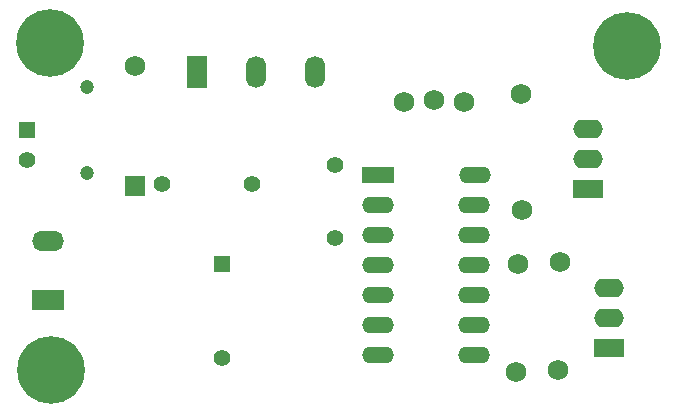
<source format=gbs>
G04*
G04 #@! TF.GenerationSoftware,Altium Limited,Altium Designer,20.0.2 (26)*
G04*
G04 Layer_Color=16711935*
%FSLAX44Y44*%
%MOMM*%
G71*
G01*
G75*
%ADD13R,2.5032X1.6032*%
%ADD14O,2.5032X1.6032*%
%ADD15R,1.4032X1.4032*%
%ADD16C,1.4032*%
%ADD17C,5.7272*%
%ADD18O,2.7032X1.7032*%
%ADD19R,2.7032X1.7032*%
%ADD20R,1.7272X1.7272*%
%ADD21C,1.7272*%
%ADD22R,1.7032X2.7032*%
%ADD23O,1.7032X2.7032*%
%ADD24R,2.7032X1.4032*%
%ADD25O,2.7032X1.4032*%
%ADD26C,1.2032*%
D13*
X769620Y300990D02*
D03*
X751840Y435610D02*
D03*
D14*
X769620Y326390D02*
D03*
Y351790D02*
D03*
X751840Y486410D02*
D03*
Y461010D02*
D03*
D15*
X276860Y485140D02*
D03*
X441960Y372110D02*
D03*
D16*
X276860Y459740D02*
D03*
X391160Y439420D02*
D03*
X467360D02*
D03*
X537210Y393700D02*
D03*
Y455930D02*
D03*
X441960Y292110D02*
D03*
D17*
X784860Y556260D02*
D03*
X295910Y558800D02*
D03*
X297180Y281940D02*
D03*
D18*
X294640Y391630D02*
D03*
D19*
Y341630D02*
D03*
D20*
X367665Y438150D02*
D03*
D21*
Y539750D02*
D03*
X694690Y515620D02*
D03*
X695960Y417830D02*
D03*
X595630Y509270D02*
D03*
X621030Y510540D02*
D03*
X646430Y509270D02*
D03*
X691850Y372110D02*
D03*
X690880Y280670D02*
D03*
X727410Y373380D02*
D03*
X726440Y281940D02*
D03*
D22*
X420370Y534670D02*
D03*
D23*
X470370D02*
D03*
X520370D02*
D03*
D24*
X573320Y447040D02*
D03*
D25*
Y421640D02*
D03*
Y396240D02*
D03*
Y370840D02*
D03*
Y345440D02*
D03*
Y320040D02*
D03*
Y294640D02*
D03*
X655870Y447040D02*
D03*
X655320Y421640D02*
D03*
Y396240D02*
D03*
Y370840D02*
D03*
Y345440D02*
D03*
Y320040D02*
D03*
Y294640D02*
D03*
D26*
X327660Y521970D02*
D03*
Y448945D02*
D03*
M02*

</source>
